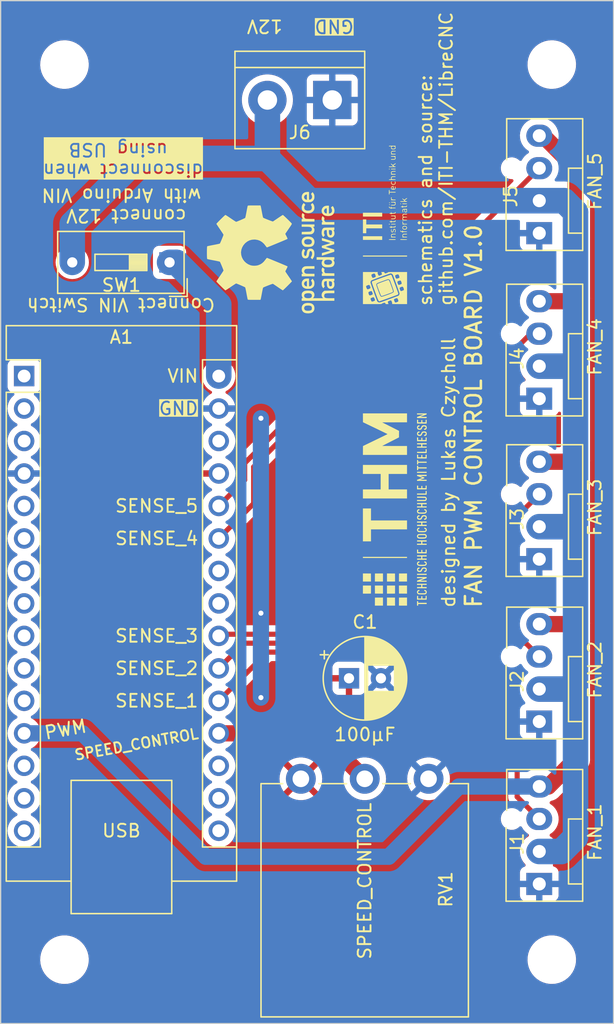
<source format=kicad_pcb>
(kicad_pcb (version 20221018) (generator pcbnew)
  (layers (0 "F.Cu" signal) (31 "B.Cu" signal) (34 "B.Paste" user) (35 "F.Paste" user) (36 "B.SilkS" user "B.Silkscreen") (37 "F.SilkS" user "F.Silkscreen") (38 "B.Mask" user) (39 "F.Mask" user) (44 "Edge.Cuts" user))
  (net 0 "")
  (net 11 "PWM")
  (net 18 "SPEED_CONTROL")
  (net 19 "SENSE_1")
  (net 20 "SENSE_2")
  (net 21 "SENSE_3")
  (net 24 "SENSE_4")
  (net 25 "SENSE_5")
  (net 26 "5V")
  (net 28 "Net-(A1-VIN)")
  (net 29 "GND")
  (net 30 "12V")
  (footprint "MountingHole:MountingHole_3.2mm_M3" (layer "F.Cu") (at 158.16 62)
    (fp_text reference "H2" hide)
    (fp_text value "MountingHole" hide)
    (pad "" np_thru_hole circle (at 0 0) (size 3.2 3.2) (drill 3.2) (layers "*.Cu" "*.Mask"))
  )
  (footprint "Button_Switch_THT:SW_DIP_SPSTx01_Slide_9.78x4.72mm_W7.62mm_P2.54mm" (layer "F.Cu") (at 128.2275 77.47 180)
    (fp_text reference "SW1" (at 3.7675 -1.778) (layer "F.SilkS"))
    (fp_text value "Connect VIN Switch" (at 3.81 -3.302 180 unlocked) (layer "F.SilkS"))
    (pad "1" thru_hole rect (at 0 0 180) (size 1.6 1.6) (drill 0.8) (layers "*.Cu" "*.Mask") (net 28 "Net-(A1-VIN)"))
    (pad "2" thru_hole oval (at 7.62 0 180) (size 1.6 1.6) (drill 0.8) (layers "*.Cu" "*.Mask") (net 30 "12V"))
  )
  (footprint "MountingHole:MountingHole_3.2mm_M3" (layer "F.Cu") (at 120 132)
    (fp_text reference "H4" hide)
    (fp_text value "MountingHole" hide)
    (pad "" np_thru_hole circle (at 0 0) (size 3.2 3.2) (drill 3.2) (layers "*.Cu" "*.Mask"))
  )
  (footprint "logos:THM Logo" (layer "F.Cu") (at 145.87 96.796 90)
    (fp_text reference "G***" hide)
    (fp_text value "LOGO" hide)
  )
  (footprint "MountingHole:MountingHole_3.2mm_M3" (layer "F.Cu") (at 120 62)
    (fp_text reference "H1" hide)
    (fp_text value "MountingHole" hide)
    (pad "" np_thru_hole circle (at 0 0) (size 3.2 3.2) (drill 3.2) (layers "*.Cu" "*.Mask"))
  )
  (footprint "TerminalBlock:TerminalBlock_bornier-2_P5.08mm" (layer "F.Cu") (at 140.97 64.77 180)
    (fp_text reference "J6" (at 2.54 -2.54) (layer "F.SilkS"))
    (fp_text value "EXT POWER SCREW")
    (pad "1" thru_hole rect (at 0 0 180) (size 3 3) (drill 1.52) (layers "*.Cu" "*.Mask") (net 29 "GND"))
    (pad "2" thru_hole circle (at 5.08 0 180) (size 3 3) (drill 1.52) (layers "*.Cu" "*.Mask") (net 30 "12V"))
  )
  (footprint "logos:OHS Logo" (layer "F.Cu") (at 136.144 76.708 90)
    (fp_text reference "G***" hide)
    (fp_text value "LOGO" hide)
  )
  (footprint "MountingHole:MountingHole_3.2mm_M3" (layer "F.Cu") (at 158.16 132)
    (fp_text reference "H3" hide)
    (fp_text value "MountingHole" hide)
    (pad "" np_thru_hole circle (at 0 0) (size 3.2 3.2) (drill 3.2) (layers "*.Cu" "*.Mask"))
  )
  (footprint "Potentiometer_THT:Potentiometer_Piher_PC-16_Single_Vertical" (layer "F.Cu") (at 138.51 117.856 -90)
    (fp_text reference "RV1" (at 8.65 -11.35 90) (layer "F.SilkS"))
    (fp_text value "R_Potentiometer")
    (pad "1" thru_hole circle (at 0 0 270) (size 2.34 2.34) (drill 1.3) (layers "*.Cu" "*.Mask") (net 26 "5V"))
    (pad "2" thru_hole circle (at 0 -5 270) (size 2.34 2.34) (drill 1.3) (layers "*.Cu" "*.Mask") (net 18 "SPEED_CONTROL"))
    (pad "3" thru_hole circle (at 0 -10 270) (size 2.34 2.34) (drill 1.3) (layers "*.Cu" "*.Mask") (net 29 "GND"))
  )
  (footprint "Module:Arduino_Nano" (layer "F.Cu") (at 116.84 86.36)
    (fp_text reference "A1" (at 7.62 -3.048) (layer "F.SilkS"))
    (fp_text value "Arduino_Nano_Every" hide)
    (fp_text user "USB" (at 7.62 35.56 unlocked) (layer "F.SilkS"))
    (pad "1" thru_hole rect (at 0 0) (size 1.6 1.6) (drill 1) (layers "*.Cu" "*.Mask"))
    (pad "2" thru_hole oval (at 0 2.54) (size 1.6 1.6) (drill 1) (layers "*.Cu" "*.Mask"))
    (pad "3" thru_hole oval (at 0 5.08) (size 1.6 1.6) (drill 1) (layers "*.Cu" "*.Mask"))
    (pad "4" thru_hole oval (at 0 7.62) (size 1.6 1.6) (drill 1) (layers "*.Cu" "*.Mask") (net 29 "GND"))
    (pad "5" thru_hole oval (at 0 10.16) (size 1.6 1.6) (drill 1) (layers "*.Cu" "*.Mask"))
    (pad "6" thru_hole oval (at 0 12.7) (size 1.6 1.6) (drill 1) (layers "*.Cu" "*.Mask"))
    (pad "7" thru_hole oval (at 0 15.24) (size 1.6 1.6) (drill 1) (layers "*.Cu" "*.Mask"))
    (pad "8" thru_hole oval (at 0 17.78) (size 1.6 1.6) (drill 1) (layers "*.Cu" "*.Mask"))
    (pad "9" thru_hole oval (at 0 20.32) (size 1.6 1.6) (drill 1) (layers "*.Cu" "*.Mask"))
    (pad "10" thru_hole oval (at 0 22.86) (size 1.6 1.6) (drill 1) (layers "*.Cu" "*.Mask"))
    (pad "11" thru_hole oval (at 0 25.4) (size 1.6 1.6) (drill 1) (layers "*.Cu" "*.Mask"))
    (pad "12" thru_hole oval (at 0 27.94) (size 1.6 1.6) (drill 1) (layers "*.Cu" "*.Mask") (net 11 "PWM"))
    (pad "13" thru_hole oval (at 0 30.48) (size 1.6 1.6) (drill 1) (layers "*.Cu" "*.Mask"))
    (pad "14" thru_hole oval (at 0 33.02) (size 1.6 1.6) (drill 1) (layers "*.Cu" "*.Mask"))
    (pad "15" thru_hole oval (at 0 35.56) (size 1.6 1.6) (drill 1) (layers "*.Cu" "*.Mask"))
    (pad "16" thru_hole oval (at 15.24 35.56) (size 1.6 1.6) (drill 1) (layers "*.Cu" "*.Mask"))
    (pad "17" thru_hole oval (at 15.24 33.02) (size 1.6 1.6) (drill 1) (layers "*.Cu" "*.Mask"))
    (pad "18" thru_hole oval (at 15.24 30.48) (size 1.6 1.6) (drill 1) (layers "*.Cu" "*.Mask"))
    (pad "19" thru_hole oval (at 15.24 27.94) (size 1.6 1.6) (drill 1) (layers "*.Cu" "*.Mask") (net 18 "SPEED_CONTROL"))
    (pad "20" thru_hole oval (at 15.24 25.4) (size 1.6 1.6) (drill 1) (layers "*.Cu" "*.Mask") (net 19 "SENSE_1"))
    (pad "21" thru_hole oval (at 15.24 22.86) (size 1.6 1.6) (drill 1) (layers "*.Cu" "*.Mask") (net 20 "SENSE_2"))
    (pad "22" thru_hole oval (at 15.24 20.32) (size 1.6 1.6) (drill 1) (layers "*.Cu" "*.Mask") (net 21 "SENSE_3"))
    (pad "23" thru_hole oval (at 15.24 17.78) (size 1.6 1.6) (drill 1) (layers "*.Cu" "*.Mask"))
    (pad "24" thru_hole oval (at 15.24 15.24) (size 1.6 1.6) (drill 1) (layers "*.Cu" "*.Mask"))
    (pad "25" thru_hole oval (at 15.24 12.7) (size 1.6 1.6) (drill 1) (layers "*.Cu" "*.Mask") (net 24 "SENSE_4"))
    (pad "26" thru_hole oval (at 15.24 10.16) (size 1.6 1.6) (drill 1) (layers "*.Cu" "*.Mask") (net 25 "SENSE_5"))
    (pad "27" thru_hole oval (at 15.24 7.62) (size 1.6 1.6) (drill 1) (layers "*.Cu" "*.Mask") (net 26 "5V"))
    (pad "28" thru_hole oval (at 15.24 5.08) (size 1.6 1.6) (drill 1) (layers "*.Cu" "*.Mask"))
    (pad "29" thru_hole oval (at 15.24 2.54) (size 1.6 1.6) (drill 1) (layers "*.Cu" "*.Mask") (net 29 "GND"))
    (pad "30" thru_hole oval (at 15.24 0) (size 1.6 1.6) (drill 1) (layers "*.Cu" "*.Mask") (net 28 "Net-(A1-VIN)"))
  )
  (footprint "logos:ITI Logo" (layer "F.Cu") (at 145.1 74.546 90)
    (fp_text reference "G***" hide)
    (fp_text value "LOGO" hide)
  )
  (footprint "Connector:FanPinHeader_1x04_P2.54mm_Vertical" (layer "F.Cu") (at 157.18 113.38 90)
    (fp_text reference "J2" (at 3.144 -1.732 90) (layer "F.SilkS"))
    (fp_text value "FAN_2" (at 4.05 4.35 90) (layer "F.SilkS"))
    (pad "" np_thru_hole circle (at 5.08 -2.16 180) (size 1.1 1.1) (drill 1.1) (layers "*.Cu" "*.Mask"))
    (pad "1" thru_hole rect (at 0 0 180) (size 2.03 1.73) (drill 1.02) (layers "*.Cu" "*.Mask") (net 29 "GND"))
    (pad "2" thru_hole oval (at 2.54 0 180) (size 2.03 1.73) (drill 1.02) (layers "*.Cu" "*.Mask") (net 30 "12V"))
    (pad "3" thru_hole oval (at 5.08 0 180) (size 2.03 1.73) (drill 1.02) (layers "*.Cu" "*.Mask") (net 20 "SENSE_2"))
    (pad "4" thru_hole oval (at 7.62 0 180) (size 2.03 1.73) (drill 1.02) (layers "*.Cu" "*.Mask") (net 11 "PWM"))
  )
  (footprint "Capacitor_THT:CP_Radial_D6.3mm_P2.50mm" (layer "F.Cu") (at 142.28 109.996)
    (fp_text reference "C1" (at 1.25 -4.4) (layer "F.SilkS"))
    (fp_text value "100µF" (at 1.25 4.4) (layer "F.SilkS"))
    (pad "1" thru_hole rect (at 0 0) (size 1.6 1.6) (drill 0.8) (layers "*.Cu" "*.Mask") (net 26 "5V"))
    (pad "2" thru_hole circle (at 2.5 0) (size 1.6 1.6) (drill 0.8) (layers "*.Cu" "*.Mask") (net 29 "GND"))
  )
  (footprint "Connector:FanPinHeader_1x04_P2.54mm_Vertical" (layer "F.Cu") (at 157.18 88.128 90)
    (fp_text reference "J4" (at 3.144 -1.732 90) (layer "F.SilkS"))
    (fp_text value "FAN_4" (at 4.05 4.35 90) (layer "F.SilkS"))
    (pad "" np_thru_hole circle (at 5.08 -2.16 180) (size 1.1 1.1) (drill 1.1) (layers "*.Cu" "*.Mask"))
    (pad "1" thru_hole rect (at 0 0 180) (size 2.03 1.73) (drill 1.02) (layers "*.Cu" "*.Mask") (net 29 "GND"))
    (pad "2" thru_hole oval (at 2.54 0 180) (size 2.03 1.73) (drill 1.02) (layers "*.Cu" "*.Mask") (net 30 "12V"))
    (pad "3" thru_hole oval (at 5.08 0 180) (size 2.03 1.73) (drill 1.02) (layers "*.Cu" "*.Mask") (net 24 "SENSE_4"))
    (pad "4" thru_hole oval (at 7.62 0 180) (size 2.03 1.73) (drill 1.02) (layers "*.Cu" "*.Mask") (net 11 "PWM"))
  )
  (footprint "Connector:FanPinHeader_1x04_P2.54mm_Vertical" (layer "F.Cu") (at 157.18 75.184 90)
    (fp_text reference "J5" (at 2.89 -2.24 90) (layer "F.SilkS"))
    (fp_text value "FAN_5" (at 4.05 4.35 90) (layer "F.SilkS"))
    (pad "" np_thru_hole circle (at 5.08 -2.16 180) (size 1.1 1.1) (drill 1.1) (layers "*.Cu" "*.Mask"))
    (pad "1" thru_hole rect (at 0 0 180) (size 2.03 1.73) (drill 1.02) (layers "*.Cu" "*.Mask") (net 29 "GND"))
    (pad "2" thru_hole oval (at 2.54 0 180) (size 2.03 1.73) (drill 1.02) (layers "*.Cu" "*.Mask") (net 30 "12V"))
    (pad "3" thru_hole oval (at 5.08 0 180) (size 2.03 1.73) (drill 1.02) (layers "*.Cu" "*.Mask") (net 25 "SENSE_5"))
    (pad "4" thru_hole oval (at 7.62 0 180) (size 2.03 1.73) (drill 1.02) (layers "*.Cu" "*.Mask") (net 11 "PWM"))
  )
  (footprint "Connector:FanPinHeader_1x04_P2.54mm_Vertical" (layer "F.Cu") (at 157.18 126.08 90)
    (fp_text reference "J1" (at 3.144 -1.732 90) (layer "F.SilkS"))
    (fp_text value "FAN_1" (at 4.05 4.35 90) (layer "F.SilkS"))
    (pad "" np_thru_hole circle (at 5.08 -2.16 180) (size 1.1 1.1) (drill 1.1) (layers "*.Cu" "*.Mask"))
    (pad "1" thru_hole rect (at 0 0 180) (size 2.03 1.73) (drill 1.02) (layers "*.Cu" "*.Mask") (net 29 "GND"))
    (pad "2" thru_hole oval (at 2.54 0 180) (size 2.03 1.73) (drill 1.02) (layers "*.Cu" "*.Mask") (net 30 "12V"))
    (pad "3" thru_hole oval (at 5.08 0 180) (size 2.03 1.73) (drill 1.02) (layers "*.Cu" "*.Mask") (net 19 "SENSE_1"))
    (pad "4" thru_hole oval (at 7.62 0 180) (size 2.03 1.73) (drill 1.02) (layers "*.Cu" "*.Mask") (net 11 "PWM"))
  )
  (footprint "Connector:FanPinHeader_1x04_P2.54mm_Vertical" (layer "F.Cu") (at 157.18 100.68 90)
    (fp_text reference "J3" (at 3.144 -1.732 90) (layer "F.SilkS"))
    (fp_text value "FAN_3" (at 4.05 4.35 90) (layer "F.SilkS"))
    (pad "" np_thru_hole circle (at 5.08 -2.16 180) (size 1.1 1.1) (drill 1.1) (layers "*.Cu" "*.Mask"))
    (pad "1" thru_hole rect (at 0 0 180) (size 2.03 1.73) (drill 1.02) (layers "*.Cu" "*.Mask") (net 29 "GND"))
    (pad "2" thru_hole oval (at 2.54 0 180) (size 2.03 1.73) (drill 1.02) (layers "*.Cu" "*.Mask") (net 30 "12V"))
    (pad "3" thru_hole oval (at 5.08 0 180) (size 2.03 1.73) (drill 1.02) (layers "*.Cu" "*.Mask") (net 21 "SENSE_3"))
    (pad "4" thru_hole oval (at 7.62 0 180) (size 2.03 1.73) (drill 1.02) (layers "*.Cu" "*.Mask") (net 11 "PWM"))
  )
  (gr_rect (start 115 57) (end 163 137) (stroke (width 0.1)) (fill none) (layer "Edge.Cuts"))
  (gr_text "SENSE_3" (at 130.556 106.68) (layer "F.SilkS") (effects (font (size 1 1)) (justify right)))
  (gr_text "PWM" (at 118.364 114.3 10) (layer "F.SilkS") (effects (font (size 1 1)) (justify left)))
  (gr_text "disconnect when \nusing USB" (at 124.206 68.072 180) (layer "F.SilkS" knockout) (effects (font (size 1 1)) (justify bottom)))
  (gr_text "SPEED_CONTROL" (at 143.51 119.634 90) (layer "F.SilkS") (effects (font (size 1 1)) (justify right)))
  (gr_text "SPEED_CONTROL" (at 130.556 114.3 10) (layer "F.SilkS") (effects (font (size 0.8 0.8)) (justify right)))
  (gr_text "GND" (at 142.748 58.42 180) (layer "F.SilkS" knockout) (effects (font (size 1 1)) (justify left bottom)))
  (gr_text "SENSE_1" (at 130.556 111.76) (layer "F.SilkS") (effects (font (size 1 1)) (justify right)))
  (gr_text "designed by Lukas Czycholl" (at 150.67 104.546 90) (layer "F.SilkS") (effects (font (size 1 1)) (justify left bottom)))
  (gr_text "connect 12V \nwith Arduino VIN" (at 124.46 71.628 180) (layer "F.SilkS") (effects (font (size 1 1)) (justify bottom)))
  (gr_text "SENSE_2" (at 130.556 109.22) (layer "F.SilkS") (effects (font (size 1 1)) (justify right)))
  (gr_text "SENSE_4" (at 130.556 99.06) (layer "F.SilkS") (effects (font (size 1 1)) (justify right)))
  (gr_text "12V" (at 137.16 58.42 180) (layer "F.SilkS") (effects (font (size 1 1)) (justify left bottom)))
  (gr_text "GND" (at 130.556 88.9) (layer "F.SilkS" knockout) (effects (font (size 1 1)) (justify right)))
  (gr_text "VIN" (at 130.556 86.36) (layer "F.SilkS") (effects (font (size 1 1)) (justify right)))
  (gr_text "SENSE_5" (at 130.556 96.52) (layer "F.SilkS") (effects (font (size 1 1)) (justify right)))
  (gr_text "schematics and source:\ngithub.com/ITI-THM/LibreCNC" (at 150.47 80.946 90) (layer "F.SilkS") (effects (font (size 1 1)) (justify left bottom)))
  (gr_text "FAN PWM CONTROL BOARD V1.0" (at 152.77 104.596 90) (layer "F.SilkS") (effects (font (size 1.25 1.25) (thickness 0.2)) (justify left bottom)))
  (segment (start 157.18 118.46) (end 157.892 118.46) (width 1.27) (layer "F.Cu") (net 11))
  (segment (start 160.02 70.104) (end 157.48 67.564) (width 1.27) (layer "F.Cu") (net 11))
  (segment (start 157.48 67.564) (end 157.18 67.564) (width 1.27) (layer "F.Cu") (net 11))
  (segment (start 157.18 105.76) (end 159.924 105.76) (width 1.27) (layer "F.Cu") (net 11))
  (segment (start 160.02 80.264) (end 160.02 70.104) (width 1.27) (layer "F.Cu") (net 11))
  (segment (start 157.18 93.06) (end 159.924 93.06) (width 1.27) (layer "F.Cu") (net 11))
  (segment (start 160.02 105.664) (end 160.02 92.964) (width 1.27) (layer "F.Cu") (net 11))
  (segment (start 159.924 105.76) (end 160.02 105.664) (width 1.27) (layer "F.Cu") (net 11))
  (segment (start 159.924 93.06) (end 160.02 92.964) (width 1.27) (layer "F.Cu") (net 11))
  (segment (start 157.18 80.508) (end 159.776 80.508) (width 1.27) (layer "F.Cu") (net 11))
  (segment (start 160.02 116.332) (end 160.02 105.664) (width 1.27) (layer "F.Cu") (net 11))
  (segment (start 160.02 92.964) (end 160.02 80.264) (width 1.27) (layer "F.Cu") (net 11))
  (segment (start 157.892 118.46) (end 160.02 116.332) (width 1.27) (layer "F.Cu") (net 11))
  (segment (start 159.776 80.508) (end 160.02 80.264) (width 1.27) (layer "F.Cu") (net 11))
  (segment (start 145.39092 123.952) (end 131.064 123.952) (width 1.27) (layer "B.Cu") (net 11))
  (segment (start 131.064 123.952) (end 121.412 114.3) (width 1.27) (layer "B.Cu") (net 11))
  (segment (start 150.88292 118.46) (end 145.39092 123.952) (width 1.27) (layer "B.Cu") (net 11))
  (segment (start 157.18 118.46) (end 150.88292 118.46) (width 1.27) (layer "B.Cu") (net 11))
  (segment (start 121.412 114.3) (end 116.84 114.3) (width 1.27) (layer "B.Cu") (net 11))
  (segment (start 139.954 114.3) (end 132.08 114.3) (width 1.27) (layer "F.Cu") (net 18))
  (segment (start 143.51 117.856) (end 139.954 114.3) (width 1.27) (layer "F.Cu") (net 18))
  (segment (start 148.082 107.95) (end 135.89 107.95) (width 0.4) (layer "F.Cu") (net 19))
  (segment (start 155.448 115.316) (end 148.082 107.95) (width 0.4) (layer "F.Cu") (net 19))
  (segment (start 157.18 121) (end 155.448 119.268) (width 0.4) (layer "F.Cu") (net 19))
  (segment (start 135.89 107.95) (end 132.08 111.76) (width 0.4) (layer "F.Cu") (net 19))
  (segment (start 155.448 119.268) (end 155.448 115.316) (width 0.4) (layer "F.Cu") (net 19))
  (segment (start 134.05 107.25) (end 156.13 107.25) (width 0.4) (layer "F.Cu") (net 20))
  (segment (start 132.08 109.22) (end 134.05 107.25) (width 0.4) (layer "F.Cu") (net 20))
  (segment (start 156.13 107.25) (end 157.18 108.3) (width 0.4) (layer "F.Cu") (net 20))
  (segment (start 146.23 106.55) (end 132.21 106.55) (width 0.4) (layer "F.Cu") (net 21))
  (segment (start 157.18 95.6) (end 146.23 106.55) (width 0.4) (layer "F.Cu") (net 21))
  (segment (start 132.21 106.55) (end 132.08 106.68) (width 0.4) (layer "F.Cu") (net 21))
  (segment (start 155.454924 84.098) (end 144.17595 84.098) (width 0.4) (layer "F.Cu") (net 24))
  (segment (start 134.812 93.46195) (end 134.812 96.328) (width 0.4) (layer "F.Cu") (net 24))
  (segment (start 157.18 83.048) (end 156.504924 83.048) (width 0.4) (layer "F.Cu") (net 24))
  (segment (start 144.17595 84.098) (end 134.812 93.46195) (width 0.4) (layer "F.Cu") (net 24))
  (segment (start 156.504924 83.048) (end 155.454924 84.098) (width 0.4) (layer "F.Cu") (net 24))
  (segment (start 134.812 96.328) (end 132.08 99.06) (width 0.4) (layer "F.Cu") (net 24))
  (segment (start 132.08 96.52) (end 134.112 94.488) (width 0.4) (layer "F.Cu") (net 25))
  (segment (start 134.112 93.172) (end 157.18 70.104) (width 0.4) (layer "F.Cu") (net 25))
  (segment (start 134.112 94.488) (end 134.112 93.172) (width 0.4) (layer "F.Cu") (net 25))
  (via (at 135.382 104.902) (size 0.8) (drill 0.4) (layers "F.Cu" "B.Cu") (net 26))
  (via (at 135.382 111.506) (size 0.8) (drill 0.4) (layers "F.Cu" "B.Cu") (net 26))
  (via (at 135.382 89.662) (size 0.8) (drill 0.4) (layers "F.Cu" "B.Cu") (net 26))
  (segment (start 135.382 104.902) (end 135.382 89.662) (width 1.27) (layer "B.Cu") (net 26))
  (segment (start 135.382 111.506) (end 135.382 104.902) (width 1.27) (layer "B.Cu") (net 26))
  (segment (start 128.2275 77.47) (end 128.778 77.47) (width 2) (layer "B.Cu") (net 28))
  (segment (start 132.08 80.772) (end 132.08 86.36) (width 2) (layer "B.Cu") (net 28))
  (segment (start 128.778 77.47) (end 132.08 80.772) (width 2) (layer "B.Cu") (net 28))
  (segment (start 157.18 98.14) (end 159.416 98.14) (width 2) (layer "B.Cu") (net 30))
  (segment (start 120.6075 74.4645) (end 125.73 69.342) (width 2) (layer "B.Cu") (net 30))
  (segment (start 159.416 98.14) (end 160.02 97.536) (width 2) (layer "B.Cu") (net 30))
  (segment (start 160.02 85.344) (end 160.02 73.544) (width 2) (layer "B.Cu") (net 30))
  (segment (start 158.908 123.54) (end 160.02 122.428) (width 2) (layer "B.Cu") (net 30))
  (segment (start 157.18 72.644) (end 139.192 72.644) (width 2) (layer "B.Cu") (net 30))
  (segment (start 120.6075 77.47) (end 120.6075 74.4645) (width 2) (layer "B.Cu") (net 30))
  (segment (start 135.89 69.342) (end 135.89 64.77) (width 2) (layer "B.Cu") (net 30))
  (segment (start 157.18 85.588) (end 159.776 85.588) (width 2) (layer "B.Cu") (net 30))
  (segment (start 125.73 69.342) (end 135.89 69.342) (width 2) (layer "B.Cu") (net 30))
  (segment (start 160.02 97.536) (end 160.02 85.344) (width 2) (layer "B.Cu") (net 30))
  (segment (start 157.18 110.84) (end 159.924 110.84) (width 2) (layer "B.Cu") (net 30))
  (segment (start 139.192 72.644) (end 135.89 69.342) (width 2) (layer "B.Cu") (net 30))
  (segment (start 159.776 85.588) (end 160.02 85.344) (width 2) (layer "B.Cu") (net 30))
  (segment (start 160.02 73.544) (end 159.12 72.644) (width 2) (layer "B.Cu") (net 30))
  (segment (start 160.02 122.428) (end 160.02 109.728) (width 2) (layer "B.Cu") (net 30))
  (segment (start 157.18 123.54) (end 158.908 123.54) (width 2) (layer "B.Cu") (net 30))
  (segment (start 159.12 72.644) (end 157.18 72.644) (width 2) (layer "B.Cu") (net 30))
  (segment (start 159.924 110.84) (end 160.02 110.744) (width 2) (layer "B.Cu") (net 30))
  (segment (start 160.02 109.728) (end 160.02 97.536) (width 2) (layer "B.Cu") (net 30))
  (zone (net 26) (net_name "5V") (layer "F.Cu") (connect_pads (clearance 0.5)) (min_thickness 0.25) (fill yes (thermal_gap 0.5) (thermal_bridge_width 0.5))
    (polygon (pts (xy 115 57) (xy 163 57) (xy 163 137) (xy 115 137)))
  )
  (zone (net 29) (net_name "GND") (layer "B.Cu") (priority 1) (connect_pads (clearance 0.5)) (min_thickness 0.25) (fill yes (thermal_gap 0.5) (thermal_bridge_width 0.5))
    (polygon (pts (xy 115 57) (xy 163 57) (xy 163 137) (xy 115 137)))
  )
)
</source>
